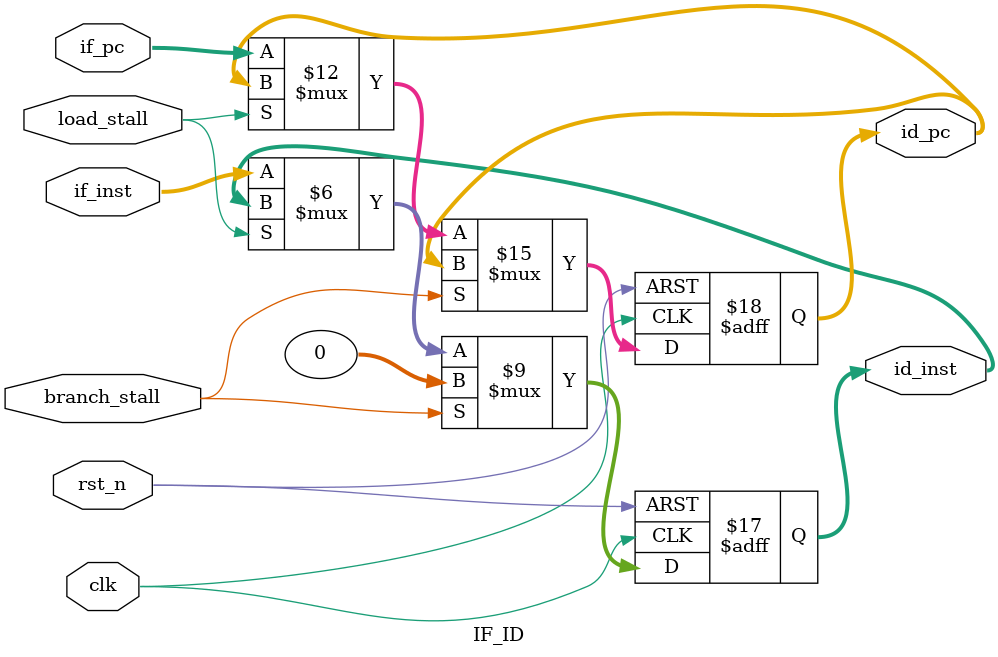
<source format=v>
module IF_ID(
    input               clk     ,
    input               rst_n   ,
    input               load_stall,
    input               branch_stall,
    input       [31:0]  if_pc   ,
    input       [31:0]  if_inst ,
    output  reg [31:0]  id_pc   ,
    output  reg [31:0]  id_inst
    );

    always @ (posedge clk or negedge rst_n) begin
        if (!rst_n)             id_pc <= 32'hffff_fffc;
        else if (branch_stall)  id_pc <= id_pc;
        else if (load_stall)    id_pc <= id_pc;
        else                    id_pc <= if_pc; 
    end

    always @ (posedge clk or negedge rst_n) begin
        if (!rst_n)             id_inst <= 32'h00000000;
        else if (branch_stall)  id_inst <= 32'h00000000;
        else if (load_stall)    id_inst <= id_inst;
        else                    id_inst <= if_inst;
    end

endmodule

</source>
